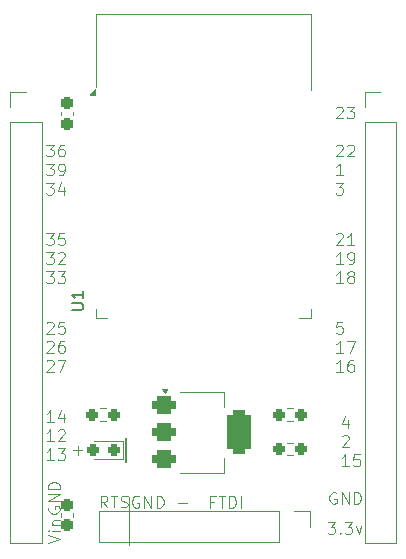
<source format=gto>
G04 #@! TF.GenerationSoftware,KiCad,Pcbnew,8.0.0*
G04 #@! TF.CreationDate,2024-03-07T23:13:23+01:00*
G04 #@! TF.ProjectId,ESP32j1mmb,45535033-326a-4316-9d6d-622e6b696361,rev?*
G04 #@! TF.SameCoordinates,Original*
G04 #@! TF.FileFunction,Legend,Top*
G04 #@! TF.FilePolarity,Positive*
%FSLAX46Y46*%
G04 Gerber Fmt 4.6, Leading zero omitted, Abs format (unit mm)*
G04 Created by KiCad (PCBNEW 8.0.0) date 2024-03-07 23:13:23*
%MOMM*%
%LPD*%
G01*
G04 APERTURE LIST*
G04 Aperture macros list*
%AMRoundRect*
0 Rectangle with rounded corners*
0 $1 Rounding radius*
0 $2 $3 $4 $5 $6 $7 $8 $9 X,Y pos of 4 corners*
0 Add a 4 corners polygon primitive as box body*
4,1,4,$2,$3,$4,$5,$6,$7,$8,$9,$2,$3,0*
0 Add four circle primitives for the rounded corners*
1,1,$1+$1,$2,$3*
1,1,$1+$1,$4,$5*
1,1,$1+$1,$6,$7*
1,1,$1+$1,$8,$9*
0 Add four rect primitives between the rounded corners*
20,1,$1+$1,$2,$3,$4,$5,0*
20,1,$1+$1,$4,$5,$6,$7,0*
20,1,$1+$1,$6,$7,$8,$9,0*
20,1,$1+$1,$8,$9,$2,$3,0*%
G04 Aperture macros list end*
%ADD10C,0.100000*%
%ADD11C,0.200000*%
%ADD12C,0.150000*%
%ADD13C,0.120000*%
%ADD14RoundRect,0.375000X-0.625000X-0.375000X0.625000X-0.375000X0.625000X0.375000X-0.625000X0.375000X0*%
%ADD15RoundRect,0.500000X-0.500000X-1.400000X0.500000X-1.400000X0.500000X1.400000X-0.500000X1.400000X0*%
%ADD16R,1.500000X0.900000*%
%ADD17R,0.900000X1.500000*%
%ADD18C,0.600000*%
%ADD19C,1.200000*%
%ADD20R,4.200000X4.200000*%
%ADD21RoundRect,0.237500X-0.250000X-0.237500X0.250000X-0.237500X0.250000X0.237500X-0.250000X0.237500X0*%
%ADD22R,1.700000X1.700000*%
%ADD23O,1.700000X1.700000*%
%ADD24RoundRect,0.237500X0.237500X-0.300000X0.237500X0.300000X-0.237500X0.300000X-0.237500X-0.300000X0*%
%ADD25RoundRect,0.237500X0.287500X0.237500X-0.287500X0.237500X-0.287500X-0.237500X0.287500X-0.237500X0*%
G04 APERTURE END LIST*
D10*
X84537628Y-132937324D02*
X84442390Y-132889705D01*
X84442390Y-132889705D02*
X84299533Y-132889705D01*
X84299533Y-132889705D02*
X84156676Y-132937324D01*
X84156676Y-132937324D02*
X84061438Y-133032562D01*
X84061438Y-133032562D02*
X84013819Y-133127800D01*
X84013819Y-133127800D02*
X83966200Y-133318276D01*
X83966200Y-133318276D02*
X83966200Y-133461133D01*
X83966200Y-133461133D02*
X84013819Y-133651609D01*
X84013819Y-133651609D02*
X84061438Y-133746847D01*
X84061438Y-133746847D02*
X84156676Y-133842086D01*
X84156676Y-133842086D02*
X84299533Y-133889705D01*
X84299533Y-133889705D02*
X84394771Y-133889705D01*
X84394771Y-133889705D02*
X84537628Y-133842086D01*
X84537628Y-133842086D02*
X84585247Y-133794466D01*
X84585247Y-133794466D02*
X84585247Y-133461133D01*
X84585247Y-133461133D02*
X84394771Y-133461133D01*
X85013819Y-133889705D02*
X85013819Y-132889705D01*
X85013819Y-132889705D02*
X85585247Y-133889705D01*
X85585247Y-133889705D02*
X85585247Y-132889705D01*
X86061438Y-133889705D02*
X86061438Y-132889705D01*
X86061438Y-132889705D02*
X86299533Y-132889705D01*
X86299533Y-132889705D02*
X86442390Y-132937324D01*
X86442390Y-132937324D02*
X86537628Y-133032562D01*
X86537628Y-133032562D02*
X86585247Y-133127800D01*
X86585247Y-133127800D02*
X86632866Y-133318276D01*
X86632866Y-133318276D02*
X86632866Y-133461133D01*
X86632866Y-133461133D02*
X86585247Y-133651609D01*
X86585247Y-133651609D02*
X86537628Y-133746847D01*
X86537628Y-133746847D02*
X86442390Y-133842086D01*
X86442390Y-133842086D02*
X86299533Y-133889705D01*
X86299533Y-133889705D02*
X86061438Y-133889705D01*
X87823343Y-133508752D02*
X88585248Y-133508752D01*
X90918581Y-133365895D02*
X90585248Y-133365895D01*
X90585248Y-133889705D02*
X90585248Y-132889705D01*
X90585248Y-132889705D02*
X91061438Y-132889705D01*
X91299534Y-132889705D02*
X91870962Y-132889705D01*
X91585248Y-133889705D02*
X91585248Y-132889705D01*
X92204296Y-133889705D02*
X92204296Y-132889705D01*
X92204296Y-132889705D02*
X92442391Y-132889705D01*
X92442391Y-132889705D02*
X92585248Y-132937324D01*
X92585248Y-132937324D02*
X92680486Y-133032562D01*
X92680486Y-133032562D02*
X92728105Y-133127800D01*
X92728105Y-133127800D02*
X92775724Y-133318276D01*
X92775724Y-133318276D02*
X92775724Y-133461133D01*
X92775724Y-133461133D02*
X92728105Y-133651609D01*
X92728105Y-133651609D02*
X92680486Y-133746847D01*
X92680486Y-133746847D02*
X92585248Y-133842086D01*
X92585248Y-133842086D02*
X92442391Y-133889705D01*
X92442391Y-133889705D02*
X92204296Y-133889705D01*
X93204296Y-133889705D02*
X93204296Y-132889705D01*
X83752671Y-137055381D02*
X83752671Y-133000000D01*
D11*
X83500000Y-128000000D02*
X83500000Y-130000000D01*
D10*
X76872419Y-136838972D02*
X77872419Y-136505639D01*
X77872419Y-136505639D02*
X76872419Y-136172306D01*
X77872419Y-135838972D02*
X77205752Y-135838972D01*
X76872419Y-135838972D02*
X76920038Y-135886591D01*
X76920038Y-135886591D02*
X76967657Y-135838972D01*
X76967657Y-135838972D02*
X76920038Y-135791353D01*
X76920038Y-135791353D02*
X76872419Y-135838972D01*
X76872419Y-135838972D02*
X76967657Y-135838972D01*
X77205752Y-135362782D02*
X77872419Y-135362782D01*
X77300990Y-135362782D02*
X77253371Y-135315163D01*
X77253371Y-135315163D02*
X77205752Y-135219925D01*
X77205752Y-135219925D02*
X77205752Y-135077068D01*
X77205752Y-135077068D02*
X77253371Y-134981830D01*
X77253371Y-134981830D02*
X77348609Y-134934211D01*
X77348609Y-134934211D02*
X77872419Y-134934211D01*
X76708646Y-103152531D02*
X77327693Y-103152531D01*
X77327693Y-103152531D02*
X76994360Y-103533483D01*
X76994360Y-103533483D02*
X77137217Y-103533483D01*
X77137217Y-103533483D02*
X77232455Y-103581102D01*
X77232455Y-103581102D02*
X77280074Y-103628721D01*
X77280074Y-103628721D02*
X77327693Y-103723959D01*
X77327693Y-103723959D02*
X77327693Y-103962054D01*
X77327693Y-103962054D02*
X77280074Y-104057292D01*
X77280074Y-104057292D02*
X77232455Y-104104912D01*
X77232455Y-104104912D02*
X77137217Y-104152531D01*
X77137217Y-104152531D02*
X76851503Y-104152531D01*
X76851503Y-104152531D02*
X76756265Y-104104912D01*
X76756265Y-104104912D02*
X76708646Y-104057292D01*
X78184836Y-103152531D02*
X77994360Y-103152531D01*
X77994360Y-103152531D02*
X77899122Y-103200150D01*
X77899122Y-103200150D02*
X77851503Y-103247769D01*
X77851503Y-103247769D02*
X77756265Y-103390626D01*
X77756265Y-103390626D02*
X77708646Y-103581102D01*
X77708646Y-103581102D02*
X77708646Y-103962054D01*
X77708646Y-103962054D02*
X77756265Y-104057292D01*
X77756265Y-104057292D02*
X77803884Y-104104912D01*
X77803884Y-104104912D02*
X77899122Y-104152531D01*
X77899122Y-104152531D02*
X78089598Y-104152531D01*
X78089598Y-104152531D02*
X78184836Y-104104912D01*
X78184836Y-104104912D02*
X78232455Y-104057292D01*
X78232455Y-104057292D02*
X78280074Y-103962054D01*
X78280074Y-103962054D02*
X78280074Y-103723959D01*
X78280074Y-103723959D02*
X78232455Y-103628721D01*
X78232455Y-103628721D02*
X78184836Y-103581102D01*
X78184836Y-103581102D02*
X78089598Y-103533483D01*
X78089598Y-103533483D02*
X77899122Y-103533483D01*
X77899122Y-103533483D02*
X77803884Y-103581102D01*
X77803884Y-103581102D02*
X77756265Y-103628721D01*
X77756265Y-103628721D02*
X77708646Y-103723959D01*
X76708646Y-104762475D02*
X77327693Y-104762475D01*
X77327693Y-104762475D02*
X76994360Y-105143427D01*
X76994360Y-105143427D02*
X77137217Y-105143427D01*
X77137217Y-105143427D02*
X77232455Y-105191046D01*
X77232455Y-105191046D02*
X77280074Y-105238665D01*
X77280074Y-105238665D02*
X77327693Y-105333903D01*
X77327693Y-105333903D02*
X77327693Y-105571998D01*
X77327693Y-105571998D02*
X77280074Y-105667236D01*
X77280074Y-105667236D02*
X77232455Y-105714856D01*
X77232455Y-105714856D02*
X77137217Y-105762475D01*
X77137217Y-105762475D02*
X76851503Y-105762475D01*
X76851503Y-105762475D02*
X76756265Y-105714856D01*
X76756265Y-105714856D02*
X76708646Y-105667236D01*
X77803884Y-105762475D02*
X77994360Y-105762475D01*
X77994360Y-105762475D02*
X78089598Y-105714856D01*
X78089598Y-105714856D02*
X78137217Y-105667236D01*
X78137217Y-105667236D02*
X78232455Y-105524379D01*
X78232455Y-105524379D02*
X78280074Y-105333903D01*
X78280074Y-105333903D02*
X78280074Y-104952951D01*
X78280074Y-104952951D02*
X78232455Y-104857713D01*
X78232455Y-104857713D02*
X78184836Y-104810094D01*
X78184836Y-104810094D02*
X78089598Y-104762475D01*
X78089598Y-104762475D02*
X77899122Y-104762475D01*
X77899122Y-104762475D02*
X77803884Y-104810094D01*
X77803884Y-104810094D02*
X77756265Y-104857713D01*
X77756265Y-104857713D02*
X77708646Y-104952951D01*
X77708646Y-104952951D02*
X77708646Y-105191046D01*
X77708646Y-105191046D02*
X77756265Y-105286284D01*
X77756265Y-105286284D02*
X77803884Y-105333903D01*
X77803884Y-105333903D02*
X77899122Y-105381522D01*
X77899122Y-105381522D02*
X78089598Y-105381522D01*
X78089598Y-105381522D02*
X78184836Y-105333903D01*
X78184836Y-105333903D02*
X78232455Y-105286284D01*
X78232455Y-105286284D02*
X78280074Y-105191046D01*
X76708646Y-106372419D02*
X77327693Y-106372419D01*
X77327693Y-106372419D02*
X76994360Y-106753371D01*
X76994360Y-106753371D02*
X77137217Y-106753371D01*
X77137217Y-106753371D02*
X77232455Y-106800990D01*
X77232455Y-106800990D02*
X77280074Y-106848609D01*
X77280074Y-106848609D02*
X77327693Y-106943847D01*
X77327693Y-106943847D02*
X77327693Y-107181942D01*
X77327693Y-107181942D02*
X77280074Y-107277180D01*
X77280074Y-107277180D02*
X77232455Y-107324800D01*
X77232455Y-107324800D02*
X77137217Y-107372419D01*
X77137217Y-107372419D02*
X76851503Y-107372419D01*
X76851503Y-107372419D02*
X76756265Y-107324800D01*
X76756265Y-107324800D02*
X76708646Y-107277180D01*
X78184836Y-106705752D02*
X78184836Y-107372419D01*
X77946741Y-106324800D02*
X77708646Y-107039085D01*
X77708646Y-107039085D02*
X78327693Y-107039085D01*
X101256265Y-100027881D02*
X101303884Y-99980262D01*
X101303884Y-99980262D02*
X101399122Y-99932643D01*
X101399122Y-99932643D02*
X101637217Y-99932643D01*
X101637217Y-99932643D02*
X101732455Y-99980262D01*
X101732455Y-99980262D02*
X101780074Y-100027881D01*
X101780074Y-100027881D02*
X101827693Y-100123119D01*
X101827693Y-100123119D02*
X101827693Y-100218357D01*
X101827693Y-100218357D02*
X101780074Y-100361214D01*
X101780074Y-100361214D02*
X101208646Y-100932643D01*
X101208646Y-100932643D02*
X101827693Y-100932643D01*
X102161027Y-99932643D02*
X102780074Y-99932643D01*
X102780074Y-99932643D02*
X102446741Y-100313595D01*
X102446741Y-100313595D02*
X102589598Y-100313595D01*
X102589598Y-100313595D02*
X102684836Y-100361214D01*
X102684836Y-100361214D02*
X102732455Y-100408833D01*
X102732455Y-100408833D02*
X102780074Y-100504071D01*
X102780074Y-100504071D02*
X102780074Y-100742166D01*
X102780074Y-100742166D02*
X102732455Y-100837404D01*
X102732455Y-100837404D02*
X102684836Y-100885024D01*
X102684836Y-100885024D02*
X102589598Y-100932643D01*
X102589598Y-100932643D02*
X102303884Y-100932643D01*
X102303884Y-100932643D02*
X102208646Y-100885024D01*
X102208646Y-100885024D02*
X102161027Y-100837404D01*
X101256265Y-103247769D02*
X101303884Y-103200150D01*
X101303884Y-103200150D02*
X101399122Y-103152531D01*
X101399122Y-103152531D02*
X101637217Y-103152531D01*
X101637217Y-103152531D02*
X101732455Y-103200150D01*
X101732455Y-103200150D02*
X101780074Y-103247769D01*
X101780074Y-103247769D02*
X101827693Y-103343007D01*
X101827693Y-103343007D02*
X101827693Y-103438245D01*
X101827693Y-103438245D02*
X101780074Y-103581102D01*
X101780074Y-103581102D02*
X101208646Y-104152531D01*
X101208646Y-104152531D02*
X101827693Y-104152531D01*
X102208646Y-103247769D02*
X102256265Y-103200150D01*
X102256265Y-103200150D02*
X102351503Y-103152531D01*
X102351503Y-103152531D02*
X102589598Y-103152531D01*
X102589598Y-103152531D02*
X102684836Y-103200150D01*
X102684836Y-103200150D02*
X102732455Y-103247769D01*
X102732455Y-103247769D02*
X102780074Y-103343007D01*
X102780074Y-103343007D02*
X102780074Y-103438245D01*
X102780074Y-103438245D02*
X102732455Y-103581102D01*
X102732455Y-103581102D02*
X102161027Y-104152531D01*
X102161027Y-104152531D02*
X102780074Y-104152531D01*
X101827693Y-105762475D02*
X101256265Y-105762475D01*
X101541979Y-105762475D02*
X101541979Y-104762475D01*
X101541979Y-104762475D02*
X101446741Y-104905332D01*
X101446741Y-104905332D02*
X101351503Y-105000570D01*
X101351503Y-105000570D02*
X101256265Y-105048189D01*
X101208646Y-106372419D02*
X101827693Y-106372419D01*
X101827693Y-106372419D02*
X101494360Y-106753371D01*
X101494360Y-106753371D02*
X101637217Y-106753371D01*
X101637217Y-106753371D02*
X101732455Y-106800990D01*
X101732455Y-106800990D02*
X101780074Y-106848609D01*
X101780074Y-106848609D02*
X101827693Y-106943847D01*
X101827693Y-106943847D02*
X101827693Y-107181942D01*
X101827693Y-107181942D02*
X101780074Y-107277180D01*
X101780074Y-107277180D02*
X101732455Y-107324800D01*
X101732455Y-107324800D02*
X101637217Y-107372419D01*
X101637217Y-107372419D02*
X101351503Y-107372419D01*
X101351503Y-107372419D02*
X101256265Y-107324800D01*
X101256265Y-107324800D02*
X101208646Y-107277180D01*
X76910038Y-133818573D02*
X76862419Y-133913811D01*
X76862419Y-133913811D02*
X76862419Y-134056668D01*
X76862419Y-134056668D02*
X76910038Y-134199525D01*
X76910038Y-134199525D02*
X77005276Y-134294763D01*
X77005276Y-134294763D02*
X77100514Y-134342382D01*
X77100514Y-134342382D02*
X77290990Y-134390001D01*
X77290990Y-134390001D02*
X77433847Y-134390001D01*
X77433847Y-134390001D02*
X77624323Y-134342382D01*
X77624323Y-134342382D02*
X77719561Y-134294763D01*
X77719561Y-134294763D02*
X77814800Y-134199525D01*
X77814800Y-134199525D02*
X77862419Y-134056668D01*
X77862419Y-134056668D02*
X77862419Y-133961430D01*
X77862419Y-133961430D02*
X77814800Y-133818573D01*
X77814800Y-133818573D02*
X77767180Y-133770954D01*
X77767180Y-133770954D02*
X77433847Y-133770954D01*
X77433847Y-133770954D02*
X77433847Y-133961430D01*
X77862419Y-133342382D02*
X76862419Y-133342382D01*
X76862419Y-133342382D02*
X77862419Y-132770954D01*
X77862419Y-132770954D02*
X76862419Y-132770954D01*
X77862419Y-132294763D02*
X76862419Y-132294763D01*
X76862419Y-132294763D02*
X76862419Y-132056668D01*
X76862419Y-132056668D02*
X76910038Y-131913811D01*
X76910038Y-131913811D02*
X77005276Y-131818573D01*
X77005276Y-131818573D02*
X77100514Y-131770954D01*
X77100514Y-131770954D02*
X77290990Y-131723335D01*
X77290990Y-131723335D02*
X77433847Y-131723335D01*
X77433847Y-131723335D02*
X77624323Y-131770954D01*
X77624323Y-131770954D02*
X77719561Y-131818573D01*
X77719561Y-131818573D02*
X77814800Y-131913811D01*
X77814800Y-131913811D02*
X77862419Y-132056668D01*
X77862419Y-132056668D02*
X77862419Y-132294763D01*
X81875312Y-133872419D02*
X81541979Y-133396228D01*
X81303884Y-133872419D02*
X81303884Y-132872419D01*
X81303884Y-132872419D02*
X81684836Y-132872419D01*
X81684836Y-132872419D02*
X81780074Y-132920038D01*
X81780074Y-132920038D02*
X81827693Y-132967657D01*
X81827693Y-132967657D02*
X81875312Y-133062895D01*
X81875312Y-133062895D02*
X81875312Y-133205752D01*
X81875312Y-133205752D02*
X81827693Y-133300990D01*
X81827693Y-133300990D02*
X81780074Y-133348609D01*
X81780074Y-133348609D02*
X81684836Y-133396228D01*
X81684836Y-133396228D02*
X81303884Y-133396228D01*
X82161027Y-132872419D02*
X82732455Y-132872419D01*
X82446741Y-133872419D02*
X82446741Y-132872419D01*
X83018170Y-133824800D02*
X83161027Y-133872419D01*
X83161027Y-133872419D02*
X83399122Y-133872419D01*
X83399122Y-133872419D02*
X83494360Y-133824800D01*
X83494360Y-133824800D02*
X83541979Y-133777180D01*
X83541979Y-133777180D02*
X83589598Y-133681942D01*
X83589598Y-133681942D02*
X83589598Y-133586704D01*
X83589598Y-133586704D02*
X83541979Y-133491466D01*
X83541979Y-133491466D02*
X83494360Y-133443847D01*
X83494360Y-133443847D02*
X83399122Y-133396228D01*
X83399122Y-133396228D02*
X83208646Y-133348609D01*
X83208646Y-133348609D02*
X83113408Y-133300990D01*
X83113408Y-133300990D02*
X83065789Y-133253371D01*
X83065789Y-133253371D02*
X83018170Y-133158133D01*
X83018170Y-133158133D02*
X83018170Y-133062895D01*
X83018170Y-133062895D02*
X83065789Y-132967657D01*
X83065789Y-132967657D02*
X83113408Y-132920038D01*
X83113408Y-132920038D02*
X83208646Y-132872419D01*
X83208646Y-132872419D02*
X83446741Y-132872419D01*
X83446741Y-132872419D02*
X83589598Y-132920038D01*
X76708646Y-110652531D02*
X77327693Y-110652531D01*
X77327693Y-110652531D02*
X76994360Y-111033483D01*
X76994360Y-111033483D02*
X77137217Y-111033483D01*
X77137217Y-111033483D02*
X77232455Y-111081102D01*
X77232455Y-111081102D02*
X77280074Y-111128721D01*
X77280074Y-111128721D02*
X77327693Y-111223959D01*
X77327693Y-111223959D02*
X77327693Y-111462054D01*
X77327693Y-111462054D02*
X77280074Y-111557292D01*
X77280074Y-111557292D02*
X77232455Y-111604912D01*
X77232455Y-111604912D02*
X77137217Y-111652531D01*
X77137217Y-111652531D02*
X76851503Y-111652531D01*
X76851503Y-111652531D02*
X76756265Y-111604912D01*
X76756265Y-111604912D02*
X76708646Y-111557292D01*
X78232455Y-110652531D02*
X77756265Y-110652531D01*
X77756265Y-110652531D02*
X77708646Y-111128721D01*
X77708646Y-111128721D02*
X77756265Y-111081102D01*
X77756265Y-111081102D02*
X77851503Y-111033483D01*
X77851503Y-111033483D02*
X78089598Y-111033483D01*
X78089598Y-111033483D02*
X78184836Y-111081102D01*
X78184836Y-111081102D02*
X78232455Y-111128721D01*
X78232455Y-111128721D02*
X78280074Y-111223959D01*
X78280074Y-111223959D02*
X78280074Y-111462054D01*
X78280074Y-111462054D02*
X78232455Y-111557292D01*
X78232455Y-111557292D02*
X78184836Y-111604912D01*
X78184836Y-111604912D02*
X78089598Y-111652531D01*
X78089598Y-111652531D02*
X77851503Y-111652531D01*
X77851503Y-111652531D02*
X77756265Y-111604912D01*
X77756265Y-111604912D02*
X77708646Y-111557292D01*
X76708646Y-112262475D02*
X77327693Y-112262475D01*
X77327693Y-112262475D02*
X76994360Y-112643427D01*
X76994360Y-112643427D02*
X77137217Y-112643427D01*
X77137217Y-112643427D02*
X77232455Y-112691046D01*
X77232455Y-112691046D02*
X77280074Y-112738665D01*
X77280074Y-112738665D02*
X77327693Y-112833903D01*
X77327693Y-112833903D02*
X77327693Y-113071998D01*
X77327693Y-113071998D02*
X77280074Y-113167236D01*
X77280074Y-113167236D02*
X77232455Y-113214856D01*
X77232455Y-113214856D02*
X77137217Y-113262475D01*
X77137217Y-113262475D02*
X76851503Y-113262475D01*
X76851503Y-113262475D02*
X76756265Y-113214856D01*
X76756265Y-113214856D02*
X76708646Y-113167236D01*
X77708646Y-112357713D02*
X77756265Y-112310094D01*
X77756265Y-112310094D02*
X77851503Y-112262475D01*
X77851503Y-112262475D02*
X78089598Y-112262475D01*
X78089598Y-112262475D02*
X78184836Y-112310094D01*
X78184836Y-112310094D02*
X78232455Y-112357713D01*
X78232455Y-112357713D02*
X78280074Y-112452951D01*
X78280074Y-112452951D02*
X78280074Y-112548189D01*
X78280074Y-112548189D02*
X78232455Y-112691046D01*
X78232455Y-112691046D02*
X77661027Y-113262475D01*
X77661027Y-113262475D02*
X78280074Y-113262475D01*
X76708646Y-113872419D02*
X77327693Y-113872419D01*
X77327693Y-113872419D02*
X76994360Y-114253371D01*
X76994360Y-114253371D02*
X77137217Y-114253371D01*
X77137217Y-114253371D02*
X77232455Y-114300990D01*
X77232455Y-114300990D02*
X77280074Y-114348609D01*
X77280074Y-114348609D02*
X77327693Y-114443847D01*
X77327693Y-114443847D02*
X77327693Y-114681942D01*
X77327693Y-114681942D02*
X77280074Y-114777180D01*
X77280074Y-114777180D02*
X77232455Y-114824800D01*
X77232455Y-114824800D02*
X77137217Y-114872419D01*
X77137217Y-114872419D02*
X76851503Y-114872419D01*
X76851503Y-114872419D02*
X76756265Y-114824800D01*
X76756265Y-114824800D02*
X76708646Y-114777180D01*
X77661027Y-113872419D02*
X78280074Y-113872419D01*
X78280074Y-113872419D02*
X77946741Y-114253371D01*
X77946741Y-114253371D02*
X78089598Y-114253371D01*
X78089598Y-114253371D02*
X78184836Y-114300990D01*
X78184836Y-114300990D02*
X78232455Y-114348609D01*
X78232455Y-114348609D02*
X78280074Y-114443847D01*
X78280074Y-114443847D02*
X78280074Y-114681942D01*
X78280074Y-114681942D02*
X78232455Y-114777180D01*
X78232455Y-114777180D02*
X78184836Y-114824800D01*
X78184836Y-114824800D02*
X78089598Y-114872419D01*
X78089598Y-114872419D02*
X77803884Y-114872419D01*
X77803884Y-114872419D02*
X77708646Y-114824800D01*
X77708646Y-114824800D02*
X77661027Y-114777180D01*
X100535111Y-135114403D02*
X101154158Y-135114403D01*
X101154158Y-135114403D02*
X100820825Y-135495355D01*
X100820825Y-135495355D02*
X100963682Y-135495355D01*
X100963682Y-135495355D02*
X101058920Y-135542974D01*
X101058920Y-135542974D02*
X101106539Y-135590593D01*
X101106539Y-135590593D02*
X101154158Y-135685831D01*
X101154158Y-135685831D02*
X101154158Y-135923926D01*
X101154158Y-135923926D02*
X101106539Y-136019164D01*
X101106539Y-136019164D02*
X101058920Y-136066784D01*
X101058920Y-136066784D02*
X100963682Y-136114403D01*
X100963682Y-136114403D02*
X100677968Y-136114403D01*
X100677968Y-136114403D02*
X100582730Y-136066784D01*
X100582730Y-136066784D02*
X100535111Y-136019164D01*
X101582730Y-136019164D02*
X101630349Y-136066784D01*
X101630349Y-136066784D02*
X101582730Y-136114403D01*
X101582730Y-136114403D02*
X101535111Y-136066784D01*
X101535111Y-136066784D02*
X101582730Y-136019164D01*
X101582730Y-136019164D02*
X101582730Y-136114403D01*
X101963682Y-135114403D02*
X102582729Y-135114403D01*
X102582729Y-135114403D02*
X102249396Y-135495355D01*
X102249396Y-135495355D02*
X102392253Y-135495355D01*
X102392253Y-135495355D02*
X102487491Y-135542974D01*
X102487491Y-135542974D02*
X102535110Y-135590593D01*
X102535110Y-135590593D02*
X102582729Y-135685831D01*
X102582729Y-135685831D02*
X102582729Y-135923926D01*
X102582729Y-135923926D02*
X102535110Y-136019164D01*
X102535110Y-136019164D02*
X102487491Y-136066784D01*
X102487491Y-136066784D02*
X102392253Y-136114403D01*
X102392253Y-136114403D02*
X102106539Y-136114403D01*
X102106539Y-136114403D02*
X102011301Y-136066784D01*
X102011301Y-136066784D02*
X101963682Y-136019164D01*
X102916063Y-135447736D02*
X103154158Y-136114403D01*
X103154158Y-136114403D02*
X103392253Y-135447736D01*
X102232455Y-126485864D02*
X102232455Y-127152531D01*
X101994360Y-126104912D02*
X101756265Y-126819197D01*
X101756265Y-126819197D02*
X102375312Y-126819197D01*
X101756265Y-127857713D02*
X101803884Y-127810094D01*
X101803884Y-127810094D02*
X101899122Y-127762475D01*
X101899122Y-127762475D02*
X102137217Y-127762475D01*
X102137217Y-127762475D02*
X102232455Y-127810094D01*
X102232455Y-127810094D02*
X102280074Y-127857713D01*
X102280074Y-127857713D02*
X102327693Y-127952951D01*
X102327693Y-127952951D02*
X102327693Y-128048189D01*
X102327693Y-128048189D02*
X102280074Y-128191046D01*
X102280074Y-128191046D02*
X101708646Y-128762475D01*
X101708646Y-128762475D02*
X102327693Y-128762475D01*
X102327693Y-130372419D02*
X101756265Y-130372419D01*
X102041979Y-130372419D02*
X102041979Y-129372419D01*
X102041979Y-129372419D02*
X101946741Y-129515276D01*
X101946741Y-129515276D02*
X101851503Y-129610514D01*
X101851503Y-129610514D02*
X101756265Y-129658133D01*
X103232455Y-129372419D02*
X102756265Y-129372419D01*
X102756265Y-129372419D02*
X102708646Y-129848609D01*
X102708646Y-129848609D02*
X102756265Y-129800990D01*
X102756265Y-129800990D02*
X102851503Y-129753371D01*
X102851503Y-129753371D02*
X103089598Y-129753371D01*
X103089598Y-129753371D02*
X103184836Y-129800990D01*
X103184836Y-129800990D02*
X103232455Y-129848609D01*
X103232455Y-129848609D02*
X103280074Y-129943847D01*
X103280074Y-129943847D02*
X103280074Y-130181942D01*
X103280074Y-130181942D02*
X103232455Y-130277180D01*
X103232455Y-130277180D02*
X103184836Y-130324800D01*
X103184836Y-130324800D02*
X103089598Y-130372419D01*
X103089598Y-130372419D02*
X102851503Y-130372419D01*
X102851503Y-130372419D02*
X102756265Y-130324800D01*
X102756265Y-130324800D02*
X102708646Y-130277180D01*
X78988044Y-129034710D02*
X79749949Y-129034710D01*
X79368996Y-129415663D02*
X79368996Y-128653758D01*
X77327693Y-126652531D02*
X76756265Y-126652531D01*
X77041979Y-126652531D02*
X77041979Y-125652531D01*
X77041979Y-125652531D02*
X76946741Y-125795388D01*
X76946741Y-125795388D02*
X76851503Y-125890626D01*
X76851503Y-125890626D02*
X76756265Y-125938245D01*
X78184836Y-125985864D02*
X78184836Y-126652531D01*
X77946741Y-125604912D02*
X77708646Y-126319197D01*
X77708646Y-126319197D02*
X78327693Y-126319197D01*
X77327693Y-128262475D02*
X76756265Y-128262475D01*
X77041979Y-128262475D02*
X77041979Y-127262475D01*
X77041979Y-127262475D02*
X76946741Y-127405332D01*
X76946741Y-127405332D02*
X76851503Y-127500570D01*
X76851503Y-127500570D02*
X76756265Y-127548189D01*
X77708646Y-127357713D02*
X77756265Y-127310094D01*
X77756265Y-127310094D02*
X77851503Y-127262475D01*
X77851503Y-127262475D02*
X78089598Y-127262475D01*
X78089598Y-127262475D02*
X78184836Y-127310094D01*
X78184836Y-127310094D02*
X78232455Y-127357713D01*
X78232455Y-127357713D02*
X78280074Y-127452951D01*
X78280074Y-127452951D02*
X78280074Y-127548189D01*
X78280074Y-127548189D02*
X78232455Y-127691046D01*
X78232455Y-127691046D02*
X77661027Y-128262475D01*
X77661027Y-128262475D02*
X78280074Y-128262475D01*
X77327693Y-129872419D02*
X76756265Y-129872419D01*
X77041979Y-129872419D02*
X77041979Y-128872419D01*
X77041979Y-128872419D02*
X76946741Y-129015276D01*
X76946741Y-129015276D02*
X76851503Y-129110514D01*
X76851503Y-129110514D02*
X76756265Y-129158133D01*
X77661027Y-128872419D02*
X78280074Y-128872419D01*
X78280074Y-128872419D02*
X77946741Y-129253371D01*
X77946741Y-129253371D02*
X78089598Y-129253371D01*
X78089598Y-129253371D02*
X78184836Y-129300990D01*
X78184836Y-129300990D02*
X78232455Y-129348609D01*
X78232455Y-129348609D02*
X78280074Y-129443847D01*
X78280074Y-129443847D02*
X78280074Y-129681942D01*
X78280074Y-129681942D02*
X78232455Y-129777180D01*
X78232455Y-129777180D02*
X78184836Y-129824800D01*
X78184836Y-129824800D02*
X78089598Y-129872419D01*
X78089598Y-129872419D02*
X77803884Y-129872419D01*
X77803884Y-129872419D02*
X77708646Y-129824800D01*
X77708646Y-129824800D02*
X77661027Y-129777180D01*
X101248910Y-132603721D02*
X101153672Y-132556102D01*
X101153672Y-132556102D02*
X101010815Y-132556102D01*
X101010815Y-132556102D02*
X100867958Y-132603721D01*
X100867958Y-132603721D02*
X100772720Y-132698959D01*
X100772720Y-132698959D02*
X100725101Y-132794197D01*
X100725101Y-132794197D02*
X100677482Y-132984673D01*
X100677482Y-132984673D02*
X100677482Y-133127530D01*
X100677482Y-133127530D02*
X100725101Y-133318006D01*
X100725101Y-133318006D02*
X100772720Y-133413244D01*
X100772720Y-133413244D02*
X100867958Y-133508483D01*
X100867958Y-133508483D02*
X101010815Y-133556102D01*
X101010815Y-133556102D02*
X101106053Y-133556102D01*
X101106053Y-133556102D02*
X101248910Y-133508483D01*
X101248910Y-133508483D02*
X101296529Y-133460863D01*
X101296529Y-133460863D02*
X101296529Y-133127530D01*
X101296529Y-133127530D02*
X101106053Y-133127530D01*
X101725101Y-133556102D02*
X101725101Y-132556102D01*
X101725101Y-132556102D02*
X102296529Y-133556102D01*
X102296529Y-133556102D02*
X102296529Y-132556102D01*
X102772720Y-133556102D02*
X102772720Y-132556102D01*
X102772720Y-132556102D02*
X103010815Y-132556102D01*
X103010815Y-132556102D02*
X103153672Y-132603721D01*
X103153672Y-132603721D02*
X103248910Y-132698959D01*
X103248910Y-132698959D02*
X103296529Y-132794197D01*
X103296529Y-132794197D02*
X103344148Y-132984673D01*
X103344148Y-132984673D02*
X103344148Y-133127530D01*
X103344148Y-133127530D02*
X103296529Y-133318006D01*
X103296529Y-133318006D02*
X103248910Y-133413244D01*
X103248910Y-133413244D02*
X103153672Y-133508483D01*
X103153672Y-133508483D02*
X103010815Y-133556102D01*
X103010815Y-133556102D02*
X102772720Y-133556102D01*
X76756265Y-118247769D02*
X76803884Y-118200150D01*
X76803884Y-118200150D02*
X76899122Y-118152531D01*
X76899122Y-118152531D02*
X77137217Y-118152531D01*
X77137217Y-118152531D02*
X77232455Y-118200150D01*
X77232455Y-118200150D02*
X77280074Y-118247769D01*
X77280074Y-118247769D02*
X77327693Y-118343007D01*
X77327693Y-118343007D02*
X77327693Y-118438245D01*
X77327693Y-118438245D02*
X77280074Y-118581102D01*
X77280074Y-118581102D02*
X76708646Y-119152531D01*
X76708646Y-119152531D02*
X77327693Y-119152531D01*
X78232455Y-118152531D02*
X77756265Y-118152531D01*
X77756265Y-118152531D02*
X77708646Y-118628721D01*
X77708646Y-118628721D02*
X77756265Y-118581102D01*
X77756265Y-118581102D02*
X77851503Y-118533483D01*
X77851503Y-118533483D02*
X78089598Y-118533483D01*
X78089598Y-118533483D02*
X78184836Y-118581102D01*
X78184836Y-118581102D02*
X78232455Y-118628721D01*
X78232455Y-118628721D02*
X78280074Y-118723959D01*
X78280074Y-118723959D02*
X78280074Y-118962054D01*
X78280074Y-118962054D02*
X78232455Y-119057292D01*
X78232455Y-119057292D02*
X78184836Y-119104912D01*
X78184836Y-119104912D02*
X78089598Y-119152531D01*
X78089598Y-119152531D02*
X77851503Y-119152531D01*
X77851503Y-119152531D02*
X77756265Y-119104912D01*
X77756265Y-119104912D02*
X77708646Y-119057292D01*
X76756265Y-119857713D02*
X76803884Y-119810094D01*
X76803884Y-119810094D02*
X76899122Y-119762475D01*
X76899122Y-119762475D02*
X77137217Y-119762475D01*
X77137217Y-119762475D02*
X77232455Y-119810094D01*
X77232455Y-119810094D02*
X77280074Y-119857713D01*
X77280074Y-119857713D02*
X77327693Y-119952951D01*
X77327693Y-119952951D02*
X77327693Y-120048189D01*
X77327693Y-120048189D02*
X77280074Y-120191046D01*
X77280074Y-120191046D02*
X76708646Y-120762475D01*
X76708646Y-120762475D02*
X77327693Y-120762475D01*
X78184836Y-119762475D02*
X77994360Y-119762475D01*
X77994360Y-119762475D02*
X77899122Y-119810094D01*
X77899122Y-119810094D02*
X77851503Y-119857713D01*
X77851503Y-119857713D02*
X77756265Y-120000570D01*
X77756265Y-120000570D02*
X77708646Y-120191046D01*
X77708646Y-120191046D02*
X77708646Y-120571998D01*
X77708646Y-120571998D02*
X77756265Y-120667236D01*
X77756265Y-120667236D02*
X77803884Y-120714856D01*
X77803884Y-120714856D02*
X77899122Y-120762475D01*
X77899122Y-120762475D02*
X78089598Y-120762475D01*
X78089598Y-120762475D02*
X78184836Y-120714856D01*
X78184836Y-120714856D02*
X78232455Y-120667236D01*
X78232455Y-120667236D02*
X78280074Y-120571998D01*
X78280074Y-120571998D02*
X78280074Y-120333903D01*
X78280074Y-120333903D02*
X78232455Y-120238665D01*
X78232455Y-120238665D02*
X78184836Y-120191046D01*
X78184836Y-120191046D02*
X78089598Y-120143427D01*
X78089598Y-120143427D02*
X77899122Y-120143427D01*
X77899122Y-120143427D02*
X77803884Y-120191046D01*
X77803884Y-120191046D02*
X77756265Y-120238665D01*
X77756265Y-120238665D02*
X77708646Y-120333903D01*
X76756265Y-121467657D02*
X76803884Y-121420038D01*
X76803884Y-121420038D02*
X76899122Y-121372419D01*
X76899122Y-121372419D02*
X77137217Y-121372419D01*
X77137217Y-121372419D02*
X77232455Y-121420038D01*
X77232455Y-121420038D02*
X77280074Y-121467657D01*
X77280074Y-121467657D02*
X77327693Y-121562895D01*
X77327693Y-121562895D02*
X77327693Y-121658133D01*
X77327693Y-121658133D02*
X77280074Y-121800990D01*
X77280074Y-121800990D02*
X76708646Y-122372419D01*
X76708646Y-122372419D02*
X77327693Y-122372419D01*
X77661027Y-121372419D02*
X78327693Y-121372419D01*
X78327693Y-121372419D02*
X77899122Y-122372419D01*
X101256265Y-110747769D02*
X101303884Y-110700150D01*
X101303884Y-110700150D02*
X101399122Y-110652531D01*
X101399122Y-110652531D02*
X101637217Y-110652531D01*
X101637217Y-110652531D02*
X101732455Y-110700150D01*
X101732455Y-110700150D02*
X101780074Y-110747769D01*
X101780074Y-110747769D02*
X101827693Y-110843007D01*
X101827693Y-110843007D02*
X101827693Y-110938245D01*
X101827693Y-110938245D02*
X101780074Y-111081102D01*
X101780074Y-111081102D02*
X101208646Y-111652531D01*
X101208646Y-111652531D02*
X101827693Y-111652531D01*
X102780074Y-111652531D02*
X102208646Y-111652531D01*
X102494360Y-111652531D02*
X102494360Y-110652531D01*
X102494360Y-110652531D02*
X102399122Y-110795388D01*
X102399122Y-110795388D02*
X102303884Y-110890626D01*
X102303884Y-110890626D02*
X102208646Y-110938245D01*
X101827693Y-113262475D02*
X101256265Y-113262475D01*
X101541979Y-113262475D02*
X101541979Y-112262475D01*
X101541979Y-112262475D02*
X101446741Y-112405332D01*
X101446741Y-112405332D02*
X101351503Y-112500570D01*
X101351503Y-112500570D02*
X101256265Y-112548189D01*
X102303884Y-113262475D02*
X102494360Y-113262475D01*
X102494360Y-113262475D02*
X102589598Y-113214856D01*
X102589598Y-113214856D02*
X102637217Y-113167236D01*
X102637217Y-113167236D02*
X102732455Y-113024379D01*
X102732455Y-113024379D02*
X102780074Y-112833903D01*
X102780074Y-112833903D02*
X102780074Y-112452951D01*
X102780074Y-112452951D02*
X102732455Y-112357713D01*
X102732455Y-112357713D02*
X102684836Y-112310094D01*
X102684836Y-112310094D02*
X102589598Y-112262475D01*
X102589598Y-112262475D02*
X102399122Y-112262475D01*
X102399122Y-112262475D02*
X102303884Y-112310094D01*
X102303884Y-112310094D02*
X102256265Y-112357713D01*
X102256265Y-112357713D02*
X102208646Y-112452951D01*
X102208646Y-112452951D02*
X102208646Y-112691046D01*
X102208646Y-112691046D02*
X102256265Y-112786284D01*
X102256265Y-112786284D02*
X102303884Y-112833903D01*
X102303884Y-112833903D02*
X102399122Y-112881522D01*
X102399122Y-112881522D02*
X102589598Y-112881522D01*
X102589598Y-112881522D02*
X102684836Y-112833903D01*
X102684836Y-112833903D02*
X102732455Y-112786284D01*
X102732455Y-112786284D02*
X102780074Y-112691046D01*
X101827693Y-114872419D02*
X101256265Y-114872419D01*
X101541979Y-114872419D02*
X101541979Y-113872419D01*
X101541979Y-113872419D02*
X101446741Y-114015276D01*
X101446741Y-114015276D02*
X101351503Y-114110514D01*
X101351503Y-114110514D02*
X101256265Y-114158133D01*
X102399122Y-114300990D02*
X102303884Y-114253371D01*
X102303884Y-114253371D02*
X102256265Y-114205752D01*
X102256265Y-114205752D02*
X102208646Y-114110514D01*
X102208646Y-114110514D02*
X102208646Y-114062895D01*
X102208646Y-114062895D02*
X102256265Y-113967657D01*
X102256265Y-113967657D02*
X102303884Y-113920038D01*
X102303884Y-113920038D02*
X102399122Y-113872419D01*
X102399122Y-113872419D02*
X102589598Y-113872419D01*
X102589598Y-113872419D02*
X102684836Y-113920038D01*
X102684836Y-113920038D02*
X102732455Y-113967657D01*
X102732455Y-113967657D02*
X102780074Y-114062895D01*
X102780074Y-114062895D02*
X102780074Y-114110514D01*
X102780074Y-114110514D02*
X102732455Y-114205752D01*
X102732455Y-114205752D02*
X102684836Y-114253371D01*
X102684836Y-114253371D02*
X102589598Y-114300990D01*
X102589598Y-114300990D02*
X102399122Y-114300990D01*
X102399122Y-114300990D02*
X102303884Y-114348609D01*
X102303884Y-114348609D02*
X102256265Y-114396228D01*
X102256265Y-114396228D02*
X102208646Y-114491466D01*
X102208646Y-114491466D02*
X102208646Y-114681942D01*
X102208646Y-114681942D02*
X102256265Y-114777180D01*
X102256265Y-114777180D02*
X102303884Y-114824800D01*
X102303884Y-114824800D02*
X102399122Y-114872419D01*
X102399122Y-114872419D02*
X102589598Y-114872419D01*
X102589598Y-114872419D02*
X102684836Y-114824800D01*
X102684836Y-114824800D02*
X102732455Y-114777180D01*
X102732455Y-114777180D02*
X102780074Y-114681942D01*
X102780074Y-114681942D02*
X102780074Y-114491466D01*
X102780074Y-114491466D02*
X102732455Y-114396228D01*
X102732455Y-114396228D02*
X102684836Y-114348609D01*
X102684836Y-114348609D02*
X102589598Y-114300990D01*
X101780074Y-118152531D02*
X101303884Y-118152531D01*
X101303884Y-118152531D02*
X101256265Y-118628721D01*
X101256265Y-118628721D02*
X101303884Y-118581102D01*
X101303884Y-118581102D02*
X101399122Y-118533483D01*
X101399122Y-118533483D02*
X101637217Y-118533483D01*
X101637217Y-118533483D02*
X101732455Y-118581102D01*
X101732455Y-118581102D02*
X101780074Y-118628721D01*
X101780074Y-118628721D02*
X101827693Y-118723959D01*
X101827693Y-118723959D02*
X101827693Y-118962054D01*
X101827693Y-118962054D02*
X101780074Y-119057292D01*
X101780074Y-119057292D02*
X101732455Y-119104912D01*
X101732455Y-119104912D02*
X101637217Y-119152531D01*
X101637217Y-119152531D02*
X101399122Y-119152531D01*
X101399122Y-119152531D02*
X101303884Y-119104912D01*
X101303884Y-119104912D02*
X101256265Y-119057292D01*
X101827693Y-120762475D02*
X101256265Y-120762475D01*
X101541979Y-120762475D02*
X101541979Y-119762475D01*
X101541979Y-119762475D02*
X101446741Y-119905332D01*
X101446741Y-119905332D02*
X101351503Y-120000570D01*
X101351503Y-120000570D02*
X101256265Y-120048189D01*
X102161027Y-119762475D02*
X102827693Y-119762475D01*
X102827693Y-119762475D02*
X102399122Y-120762475D01*
X101827693Y-122372419D02*
X101256265Y-122372419D01*
X101541979Y-122372419D02*
X101541979Y-121372419D01*
X101541979Y-121372419D02*
X101446741Y-121515276D01*
X101446741Y-121515276D02*
X101351503Y-121610514D01*
X101351503Y-121610514D02*
X101256265Y-121658133D01*
X102684836Y-121372419D02*
X102494360Y-121372419D01*
X102494360Y-121372419D02*
X102399122Y-121420038D01*
X102399122Y-121420038D02*
X102351503Y-121467657D01*
X102351503Y-121467657D02*
X102256265Y-121610514D01*
X102256265Y-121610514D02*
X102208646Y-121800990D01*
X102208646Y-121800990D02*
X102208646Y-122181942D01*
X102208646Y-122181942D02*
X102256265Y-122277180D01*
X102256265Y-122277180D02*
X102303884Y-122324800D01*
X102303884Y-122324800D02*
X102399122Y-122372419D01*
X102399122Y-122372419D02*
X102589598Y-122372419D01*
X102589598Y-122372419D02*
X102684836Y-122324800D01*
X102684836Y-122324800D02*
X102732455Y-122277180D01*
X102732455Y-122277180D02*
X102780074Y-122181942D01*
X102780074Y-122181942D02*
X102780074Y-121943847D01*
X102780074Y-121943847D02*
X102732455Y-121848609D01*
X102732455Y-121848609D02*
X102684836Y-121800990D01*
X102684836Y-121800990D02*
X102589598Y-121753371D01*
X102589598Y-121753371D02*
X102399122Y-121753371D01*
X102399122Y-121753371D02*
X102303884Y-121800990D01*
X102303884Y-121800990D02*
X102256265Y-121848609D01*
X102256265Y-121848609D02*
X102208646Y-121943847D01*
D12*
X78844819Y-117131904D02*
X79654342Y-117131904D01*
X79654342Y-117131904D02*
X79749580Y-117084285D01*
X79749580Y-117084285D02*
X79797200Y-117036666D01*
X79797200Y-117036666D02*
X79844819Y-116941428D01*
X79844819Y-116941428D02*
X79844819Y-116750952D01*
X79844819Y-116750952D02*
X79797200Y-116655714D01*
X79797200Y-116655714D02*
X79749580Y-116608095D01*
X79749580Y-116608095D02*
X79654342Y-116560476D01*
X79654342Y-116560476D02*
X78844819Y-116560476D01*
X79844819Y-115560476D02*
X79844819Y-116131904D01*
X79844819Y-115846190D02*
X78844819Y-115846190D01*
X78844819Y-115846190D02*
X78987676Y-115941428D01*
X78987676Y-115941428D02*
X79082914Y-116036666D01*
X79082914Y-116036666D02*
X79130533Y-116131904D01*
D13*
X88000000Y-124090000D02*
X91760000Y-124090000D01*
X88000000Y-130910000D02*
X91760000Y-130910000D01*
X91760000Y-124090000D02*
X91760000Y-125350000D01*
X91760000Y-130910000D02*
X91760000Y-129650000D01*
X86720000Y-124190000D02*
X86480000Y-123860000D01*
X86960000Y-123860000D01*
X86720000Y-124190000D01*
G36*
X86720000Y-124190000D02*
G01*
X86480000Y-123860000D01*
X86960000Y-123860000D01*
X86720000Y-124190000D01*
G37*
X80880000Y-92080000D02*
X80880000Y-98240000D01*
X80880000Y-92080000D02*
X99120000Y-92080000D01*
X80880000Y-117040000D02*
X80880000Y-117820000D01*
X80880000Y-117820000D02*
X81880000Y-117820000D01*
X99120000Y-92080000D02*
X99120000Y-98495000D01*
X99120000Y-117040000D02*
X99120000Y-117820000D01*
X99120000Y-117820000D02*
X98120000Y-117820000D01*
X80875000Y-98965000D02*
X80375000Y-98965000D01*
X80875000Y-98465000D01*
X80875000Y-98965000D01*
G36*
X80875000Y-98965000D02*
G01*
X80375000Y-98965000D01*
X80875000Y-98465000D01*
X80875000Y-98965000D01*
G37*
X97095276Y-128390000D02*
X97604724Y-128390000D01*
X97095276Y-129435000D02*
X97604724Y-129435000D01*
X103670000Y-98670000D02*
X105000000Y-98670000D01*
X103670000Y-100000000D02*
X103670000Y-98670000D01*
X103670000Y-101270000D02*
X103670000Y-136890000D01*
X103670000Y-101270000D02*
X106330000Y-101270000D01*
X103670000Y-136890000D02*
X106330000Y-136890000D01*
X106330000Y-101270000D02*
X106330000Y-136890000D01*
X77990000Y-100646267D02*
X77990000Y-100353733D01*
X79010000Y-100646267D02*
X79010000Y-100353733D01*
X81245276Y-125477500D02*
X81754724Y-125477500D01*
X81245276Y-126522500D02*
X81754724Y-126522500D01*
X73670000Y-98670000D02*
X75000000Y-98670000D01*
X73670000Y-100000000D02*
X73670000Y-98670000D01*
X73670000Y-101270000D02*
X73670000Y-136890000D01*
X73670000Y-101270000D02*
X76330000Y-101270000D01*
X73670000Y-136890000D02*
X76330000Y-136890000D01*
X76330000Y-101270000D02*
X76330000Y-136890000D01*
X81130000Y-134170000D02*
X81130000Y-136830000D01*
X96430000Y-134170000D02*
X81130000Y-134170000D01*
X96430000Y-134170000D02*
X96430000Y-136830000D01*
X96430000Y-136830000D02*
X81130000Y-136830000D01*
X97700000Y-134170000D02*
X99030000Y-134170000D01*
X99030000Y-134170000D02*
X99030000Y-135500000D01*
X80780000Y-129735000D02*
X83240000Y-129735000D01*
X83240000Y-128265000D02*
X80780000Y-128265000D01*
X83240000Y-129735000D02*
X83240000Y-128265000D01*
X97095276Y-125477500D02*
X97604724Y-125477500D01*
X97095276Y-126522500D02*
X97604724Y-126522500D01*
X77990000Y-134646267D02*
X77990000Y-134353733D01*
X79010000Y-134646267D02*
X79010000Y-134353733D01*
%LPC*%
D14*
X86700000Y-125200000D03*
X86700000Y-127500000D03*
D15*
X93000000Y-127500000D03*
D14*
X86700000Y-129800000D03*
D16*
X81250000Y-99690000D03*
X81250000Y-100960000D03*
X81250000Y-102230000D03*
X81250000Y-103500000D03*
X81250000Y-104770000D03*
X81250000Y-106040000D03*
X81250000Y-107310000D03*
X81250000Y-108580000D03*
X81250000Y-109850000D03*
X81250000Y-111120000D03*
X81250000Y-112390000D03*
X81250000Y-113660000D03*
X81250000Y-114930000D03*
X81250000Y-116200000D03*
D17*
X84290000Y-117450000D03*
X85560000Y-117450000D03*
X86830000Y-117450000D03*
X88100000Y-117450000D03*
X89370000Y-117450000D03*
X90640000Y-117450000D03*
X91910000Y-117450000D03*
X93180000Y-117450000D03*
X94450000Y-117450000D03*
X95720000Y-117450000D03*
D16*
X98750000Y-116200000D03*
X98750000Y-114930000D03*
X98750000Y-113660000D03*
X98750000Y-112390000D03*
X98750000Y-111120000D03*
X98750000Y-109850000D03*
X98750000Y-108580000D03*
X98750000Y-107310000D03*
X98750000Y-106040000D03*
X98750000Y-104770000D03*
X98750000Y-103500000D03*
X98750000Y-102230000D03*
X98750000Y-100960000D03*
X98750000Y-99690000D03*
D18*
X87795000Y-106267500D03*
X87795000Y-107792500D03*
X88557500Y-105505000D03*
D19*
X88557500Y-107030000D03*
D18*
X88557500Y-108555000D03*
X89320000Y-106267500D03*
D20*
X89320000Y-107030000D03*
D18*
X89320000Y-107792500D03*
X90082500Y-105505000D03*
D19*
X90082500Y-107030000D03*
D18*
X90082500Y-108555000D03*
X90845000Y-106267500D03*
X90845000Y-107792500D03*
D21*
X96437500Y-128912500D03*
X98262500Y-128912500D03*
D22*
X105000000Y-100000000D03*
D23*
X105000000Y-102540000D03*
X105000000Y-105080000D03*
X105000000Y-107620000D03*
X105000000Y-110160000D03*
X105000000Y-112700000D03*
X105000000Y-115240000D03*
X105000000Y-117780000D03*
X105000000Y-120320000D03*
X105000000Y-122860000D03*
X105000000Y-125400000D03*
X105000000Y-127940000D03*
X105000000Y-130480000D03*
X105000000Y-133020000D03*
X105000000Y-135560000D03*
D24*
X78500000Y-101362500D03*
X78500000Y-99637500D03*
D21*
X80587500Y-126000000D03*
X82412500Y-126000000D03*
D22*
X75000000Y-100000000D03*
D23*
X75000000Y-102540000D03*
X75000000Y-105080000D03*
X75000000Y-107620000D03*
X75000000Y-110160000D03*
X75000000Y-112700000D03*
X75000000Y-115240000D03*
X75000000Y-117780000D03*
X75000000Y-120320000D03*
X75000000Y-122860000D03*
X75000000Y-125400000D03*
X75000000Y-127940000D03*
X75000000Y-130480000D03*
X75000000Y-133020000D03*
X75000000Y-135560000D03*
D22*
X97700000Y-135500000D03*
D23*
X95160000Y-135500000D03*
X92620000Y-135500000D03*
X90080000Y-135500000D03*
X87540000Y-135500000D03*
X85000000Y-135500000D03*
X82460000Y-135500000D03*
D25*
X82455000Y-129000000D03*
X80705000Y-129000000D03*
D21*
X96437500Y-126000000D03*
X98262500Y-126000000D03*
D24*
X78500000Y-135362500D03*
X78500000Y-133637500D03*
D18*
X81500000Y-132000000D03*
X98000000Y-133000000D03*
X77000000Y-124500000D03*
X100500000Y-129000000D03*
X77000000Y-99000000D03*
X101500000Y-99000000D03*
X99500000Y-119500000D03*
X79500000Y-120000000D03*
X95000000Y-122500000D03*
X95000000Y-130500000D03*
X81500000Y-122999994D03*
X85500000Y-121000000D03*
X89500000Y-132650000D03*
X99000000Y-121000000D03*
X99000012Y-122959606D03*
%LPD*%
M02*

</source>
